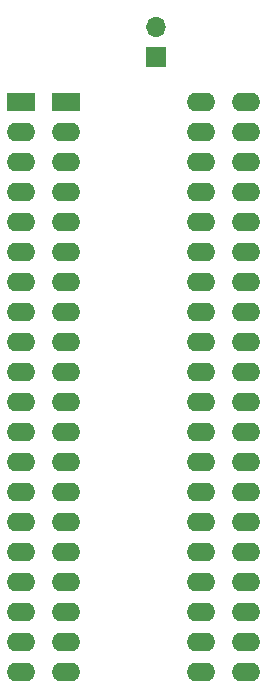
<source format=gbs>
G04 #@! TF.GenerationSoftware,KiCad,Pcbnew,(5.1.9)-1*
G04 #@! TF.CreationDate,2022-09-29T02:40:57-04:00*
G04 #@! TF.ProjectId,Cocoloca-samtap,436f636f-6c6f-4636-912d-73616d746170,rev?*
G04 #@! TF.SameCoordinates,Original*
G04 #@! TF.FileFunction,Soldermask,Bot*
G04 #@! TF.FilePolarity,Negative*
%FSLAX46Y46*%
G04 Gerber Fmt 4.6, Leading zero omitted, Abs format (unit mm)*
G04 Created by KiCad (PCBNEW (5.1.9)-1) date 2022-09-29 02:40:57*
%MOMM*%
%LPD*%
G01*
G04 APERTURE LIST*
%ADD10O,2.400000X1.600000*%
%ADD11R,2.400000X1.600000*%
%ADD12O,1.700000X1.700000*%
%ADD13R,1.700000X1.700000*%
G04 APERTURE END LIST*
D10*
X132080000Y-96520000D03*
X116840000Y-144780000D03*
X132080000Y-99060000D03*
X116840000Y-142240000D03*
X132080000Y-101600000D03*
X116840000Y-139700000D03*
X132080000Y-104140000D03*
X116840000Y-137160000D03*
X132080000Y-106680000D03*
X116840000Y-134620000D03*
X132080000Y-109220000D03*
X116840000Y-132080000D03*
X132080000Y-111760000D03*
X116840000Y-129540000D03*
X132080000Y-114300000D03*
X116840000Y-127000000D03*
X132080000Y-116840000D03*
X116840000Y-124460000D03*
X132080000Y-119380000D03*
X116840000Y-121920000D03*
X132080000Y-121920000D03*
X116840000Y-119380000D03*
X132080000Y-124460000D03*
X116840000Y-116840000D03*
X132080000Y-127000000D03*
X116840000Y-114300000D03*
X132080000Y-129540000D03*
X116840000Y-111760000D03*
X132080000Y-132080000D03*
X116840000Y-109220000D03*
X132080000Y-134620000D03*
X116840000Y-106680000D03*
X132080000Y-137160000D03*
X116840000Y-104140000D03*
X132080000Y-139700000D03*
X116840000Y-101600000D03*
X132080000Y-142240000D03*
X116840000Y-99060000D03*
X132080000Y-144780000D03*
D11*
X116840000Y-96520000D03*
D10*
X128270000Y-96520000D03*
X113030000Y-144780000D03*
X128270000Y-99060000D03*
X113030000Y-142240000D03*
X128270000Y-101600000D03*
X113030000Y-139700000D03*
X128270000Y-104140000D03*
X113030000Y-137160000D03*
X128270000Y-106680000D03*
X113030000Y-134620000D03*
X128270000Y-109220000D03*
X113030000Y-132080000D03*
X128270000Y-111760000D03*
X113030000Y-129540000D03*
X128270000Y-114300000D03*
X113030000Y-127000000D03*
X128270000Y-116840000D03*
X113030000Y-124460000D03*
X128270000Y-119380000D03*
X113030000Y-121920000D03*
X128270000Y-121920000D03*
X113030000Y-119380000D03*
X128270000Y-124460000D03*
X113030000Y-116840000D03*
X128270000Y-127000000D03*
X113030000Y-114300000D03*
X128270000Y-129540000D03*
X113030000Y-111760000D03*
X128270000Y-132080000D03*
X113030000Y-109220000D03*
X128270000Y-134620000D03*
X113030000Y-106680000D03*
X128270000Y-137160000D03*
X113030000Y-104140000D03*
X128270000Y-139700000D03*
X113030000Y-101600000D03*
X128270000Y-142240000D03*
X113030000Y-99060000D03*
X128270000Y-144780000D03*
D11*
X113030000Y-96520000D03*
D12*
X124460000Y-90170000D03*
D13*
X124460000Y-92710000D03*
M02*

</source>
